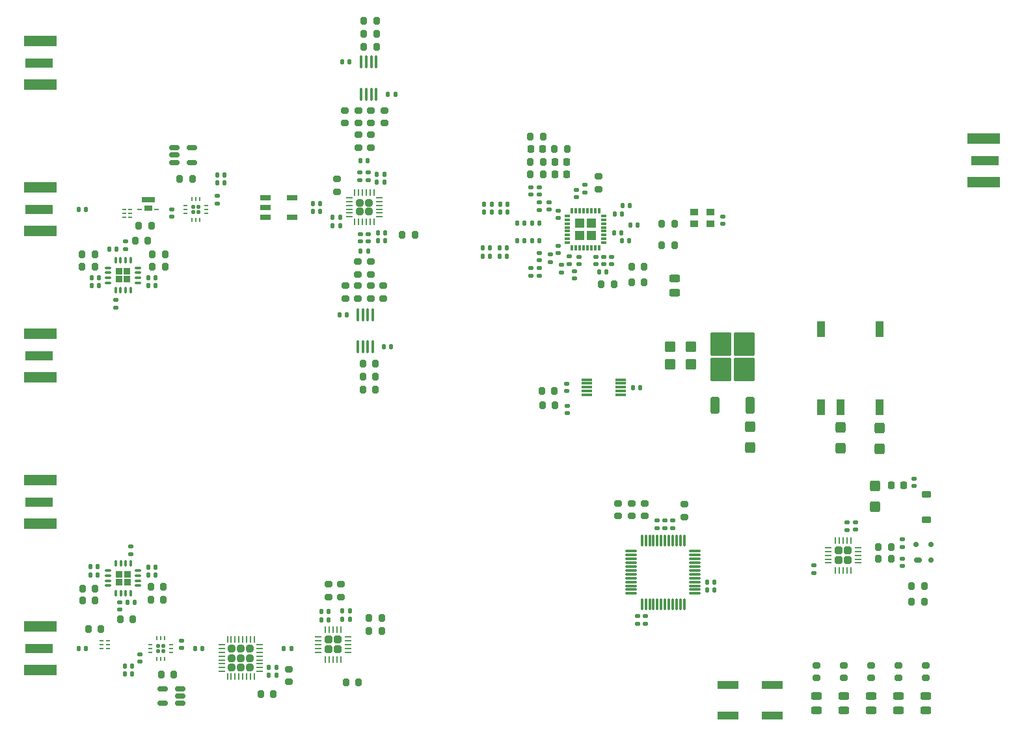
<source format=gbr>
%TF.GenerationSoftware,KiCad,Pcbnew,8.0.0*%
%TF.CreationDate,2024-03-17T22:04:36-04:00*%
%TF.ProjectId,S-Band Transceiver,532d4261-6e64-4205-9472-616e73636569,v1.0*%
%TF.SameCoordinates,Original*%
%TF.FileFunction,Paste,Top*%
%TF.FilePolarity,Positive*%
%FSLAX46Y46*%
G04 Gerber Fmt 4.6, Leading zero omitted, Abs format (unit mm)*
G04 Created by KiCad (PCBNEW 8.0.0) date 2024-03-17 22:04:36*
%MOMM*%
%LPD*%
G01*
G04 APERTURE LIST*
G04 Aperture macros list*
%AMRoundRect*
0 Rectangle with rounded corners*
0 $1 Rounding radius*
0 $2 $3 $4 $5 $6 $7 $8 $9 X,Y pos of 4 corners*
0 Add a 4 corners polygon primitive as box body*
4,1,4,$2,$3,$4,$5,$6,$7,$8,$9,$2,$3,0*
0 Add four circle primitives for the rounded corners*
1,1,$1+$1,$2,$3*
1,1,$1+$1,$4,$5*
1,1,$1+$1,$6,$7*
1,1,$1+$1,$8,$9*
0 Add four rect primitives between the rounded corners*
20,1,$1+$1,$2,$3,$4,$5,0*
20,1,$1+$1,$4,$5,$6,$7,0*
20,1,$1+$1,$6,$7,$8,$9,0*
20,1,$1+$1,$8,$9,$2,$3,0*%
G04 Aperture macros list end*
%ADD10RoundRect,0.200000X0.200000X0.275000X-0.200000X0.275000X-0.200000X-0.275000X0.200000X-0.275000X0*%
%ADD11RoundRect,0.140000X-0.170000X0.140000X-0.170000X-0.140000X0.170000X-0.140000X0.170000X0.140000X0*%
%ADD12RoundRect,0.147500X-0.172500X0.147500X-0.172500X-0.147500X0.172500X-0.147500X0.172500X0.147500X0*%
%ADD13RoundRect,0.147500X0.172500X-0.147500X0.172500X0.147500X-0.172500X0.147500X-0.172500X-0.147500X0*%
%ADD14RoundRect,0.140000X-0.140000X-0.170000X0.140000X-0.170000X0.140000X0.170000X-0.140000X0.170000X0*%
%ADD15RoundRect,0.140000X0.140000X0.170000X-0.140000X0.170000X-0.140000X-0.170000X0.140000X-0.170000X0*%
%ADD16RoundRect,0.218750X0.218750X0.256250X-0.218750X0.256250X-0.218750X-0.256250X0.218750X-0.256250X0*%
%ADD17RoundRect,0.140000X0.170000X-0.140000X0.170000X0.140000X-0.170000X0.140000X-0.170000X-0.140000X0*%
%ADD18RoundRect,0.200000X-0.200000X-0.275000X0.200000X-0.275000X0.200000X0.275000X-0.200000X0.275000X0*%
%ADD19RoundRect,0.200000X-0.275000X0.200000X-0.275000X-0.200000X0.275000X-0.200000X0.275000X0.200000X0*%
%ADD20RoundRect,0.240000X0.240000X-0.240000X0.240000X0.240000X-0.240000X0.240000X-0.240000X-0.240000X0*%
%ADD21RoundRect,0.062500X0.062500X-0.375000X0.062500X0.375000X-0.062500X0.375000X-0.062500X-0.375000X0*%
%ADD22RoundRect,0.062500X0.375000X-0.062500X0.375000X0.062500X-0.375000X0.062500X-0.375000X-0.062500X0*%
%ADD23RoundRect,0.225000X-0.225000X-0.250000X0.225000X-0.250000X0.225000X0.250000X-0.225000X0.250000X0*%
%ADD24RoundRect,0.147500X0.147500X0.172500X-0.147500X0.172500X-0.147500X-0.172500X0.147500X-0.172500X0*%
%ADD25RoundRect,0.200000X0.275000X-0.200000X0.275000X0.200000X-0.275000X0.200000X-0.275000X-0.200000X0*%
%ADD26R,1.000000X0.900000*%
%ADD27RoundRect,0.242500X0.242500X0.242500X-0.242500X0.242500X-0.242500X-0.242500X0.242500X-0.242500X0*%
%ADD28RoundRect,0.062500X0.337500X0.062500X-0.337500X0.062500X-0.337500X-0.062500X0.337500X-0.062500X0*%
%ADD29RoundRect,0.062500X0.062500X0.337500X-0.062500X0.337500X-0.062500X-0.337500X0.062500X-0.337500X0*%
%ADD30RoundRect,0.225000X-0.375000X0.225000X-0.375000X-0.225000X0.375000X-0.225000X0.375000X0.225000X0*%
%ADD31RoundRect,0.250000X-0.425000X0.450000X-0.425000X-0.450000X0.425000X-0.450000X0.425000X0.450000X0*%
%ADD32RoundRect,0.100000X-0.100000X0.712500X-0.100000X-0.712500X0.100000X-0.712500X0.100000X0.712500X0*%
%ADD33RoundRect,0.250000X0.450000X0.425000X-0.450000X0.425000X-0.450000X-0.425000X0.450000X-0.425000X0*%
%ADD34R,1.300000X1.300000*%
%ADD35R,0.300000X0.800000*%
%ADD36R,0.800000X0.300000*%
%ADD37RoundRect,0.150000X0.512500X0.150000X-0.512500X0.150000X-0.512500X-0.150000X0.512500X-0.150000X0*%
%ADD38RoundRect,0.227500X-0.227500X-0.227500X0.227500X-0.227500X0.227500X0.227500X-0.227500X0.227500X0*%
%ADD39RoundRect,0.075000X-0.350000X-0.075000X0.350000X-0.075000X0.350000X0.075000X-0.350000X0.075000X0*%
%ADD40RoundRect,0.075000X-0.075000X-0.350000X0.075000X-0.350000X0.075000X0.350000X-0.075000X0.350000X0*%
%ADD41R,0.550000X0.250000*%
%ADD42R,4.200000X1.350000*%
%ADD43R,3.600000X1.270000*%
%ADD44RoundRect,0.243750X0.456250X-0.243750X0.456250X0.243750X-0.456250X0.243750X-0.456250X-0.243750X0*%
%ADD45R,2.750000X1.000000*%
%ADD46R,1.400000X0.300000*%
%ADD47R,0.300000X0.250000*%
%ADD48RoundRect,0.125000X-0.175000X0.000000X0.175000X0.000000X0.175000X0.000000X-0.175000X0.000000X0*%
%ADD49R,1.000000X0.726000*%
%ADD50R,1.792000X0.736000*%
%ADD51RoundRect,0.250000X0.255000X-0.255000X0.255000X0.255000X-0.255000X0.255000X-0.255000X-0.255000X0*%
%ADD52RoundRect,0.062500X0.062500X-0.350000X0.062500X0.350000X-0.062500X0.350000X-0.062500X-0.350000X0*%
%ADD53RoundRect,0.062500X0.350000X-0.062500X0.350000X0.062500X-0.350000X0.062500X-0.350000X-0.062500X0*%
%ADD54RoundRect,0.147500X-0.147500X-0.172500X0.147500X-0.172500X0.147500X0.172500X-0.147500X0.172500X0*%
%ADD55R,1.000000X2.100000*%
%ADD56RoundRect,0.227500X0.227500X0.227500X-0.227500X0.227500X-0.227500X-0.227500X0.227500X-0.227500X0*%
%ADD57RoundRect,0.075000X0.350000X0.075000X-0.350000X0.075000X-0.350000X-0.075000X0.350000X-0.075000X0*%
%ADD58RoundRect,0.075000X0.075000X0.350000X-0.075000X0.350000X-0.075000X-0.350000X0.075000X-0.350000X0*%
%ADD59R,1.400000X0.760000*%
%ADD60RoundRect,0.250000X0.425000X-0.450000X0.425000X0.450000X-0.425000X0.450000X-0.425000X-0.450000X0*%
%ADD61RoundRect,0.150000X-0.512500X-0.150000X0.512500X-0.150000X0.512500X0.150000X-0.512500X0.150000X0*%
%ADD62RoundRect,0.132500X-0.132500X-0.132500X0.132500X-0.132500X0.132500X0.132500X-0.132500X0.132500X0*%
%ADD63R,0.510000X0.250000*%
%ADD64R,0.250000X0.510000*%
%ADD65RoundRect,0.250000X0.255000X0.255000X-0.255000X0.255000X-0.255000X-0.255000X0.255000X-0.255000X0*%
%ADD66RoundRect,0.062500X0.350000X0.062500X-0.350000X0.062500X-0.350000X-0.062500X0.350000X-0.062500X0*%
%ADD67RoundRect,0.062500X0.062500X0.350000X-0.062500X0.350000X-0.062500X-0.350000X0.062500X-0.350000X0*%
%ADD68RoundRect,0.075000X-0.662500X-0.075000X0.662500X-0.075000X0.662500X0.075000X-0.662500X0.075000X0*%
%ADD69RoundRect,0.075000X-0.075000X-0.662500X0.075000X-0.662500X0.075000X0.662500X-0.075000X0.662500X0*%
%ADD70RoundRect,0.150000X0.150000X-0.200000X0.150000X0.200000X-0.150000X0.200000X-0.150000X-0.200000X0*%
%ADD71RoundRect,0.175000X0.325000X-0.175000X0.325000X0.175000X-0.325000X0.175000X-0.325000X-0.175000X0*%
%ADD72RoundRect,0.132500X0.132500X0.132500X-0.132500X0.132500X-0.132500X-0.132500X0.132500X-0.132500X0*%
%ADD73RoundRect,0.250000X0.350000X-0.850000X0.350000X0.850000X-0.350000X0.850000X-0.350000X-0.850000X0*%
%ADD74RoundRect,0.250000X1.125000X-1.275000X1.125000X1.275000X-1.125000X1.275000X-1.125000X-1.275000X0*%
G04 APERTURE END LIST*
D10*
%TO.C,R66*%
X144208000Y-64643000D03*
X142558000Y-64643000D03*
%TD*%
D11*
%TO.C,C97*%
X146939000Y-97691000D03*
X146939000Y-98651000D03*
%TD*%
%TO.C,C96*%
X145923000Y-97691000D03*
X145923000Y-98651000D03*
%TD*%
D12*
%TO.C,L17*%
X82753200Y-57173000D03*
X82753200Y-58143000D03*
%TD*%
D13*
%TO.C,L9*%
X83970000Y-114277000D03*
X83970000Y-113307000D03*
%TD*%
D14*
%TO.C,C95*%
X103681400Y-58216800D03*
X104641400Y-58216800D03*
%TD*%
%TO.C,C94*%
X103681400Y-59283600D03*
X104641400Y-59283600D03*
%TD*%
D15*
%TO.C,C93*%
X109555200Y-60198000D03*
X110515200Y-60198000D03*
%TD*%
%TO.C,C92*%
X109555200Y-61214000D03*
X110515200Y-61214000D03*
%TD*%
D16*
%TO.C,L16*%
X177978000Y-93091000D03*
X176403000Y-93091000D03*
%TD*%
D17*
%TO.C,C9*%
X136525000Y-54963000D03*
X136525000Y-54003000D03*
%TD*%
D18*
%TO.C,R33*%
X76035400Y-110490000D03*
X77685400Y-110490000D03*
%TD*%
D11*
%TO.C,C43*%
X177800000Y-102644000D03*
X177800000Y-103604000D03*
%TD*%
D15*
%TO.C,C70*%
X71600000Y-114300000D03*
X70640000Y-114300000D03*
%TD*%
D11*
%TO.C,C37*%
X143383000Y-110137000D03*
X143383000Y-111097000D03*
%TD*%
D19*
%TO.C,R24*%
X177292000Y-116523000D03*
X177292000Y-118173000D03*
%TD*%
D15*
%TO.C,C60*%
X86713000Y-114300000D03*
X85753000Y-114300000D03*
%TD*%
D13*
%TO.C,L10*%
X78613000Y-116055000D03*
X78613000Y-115085000D03*
%TD*%
D18*
%TO.C,R13*%
X130910000Y-80810000D03*
X132560000Y-80810000D03*
%TD*%
D20*
%TO.C,U15*%
X107244000Y-57471000D03*
X108394000Y-57471000D03*
X107244000Y-56321000D03*
X108394000Y-56321000D03*
D21*
X106569000Y-58833500D03*
X107069000Y-58833500D03*
X107569000Y-58833500D03*
X108069000Y-58833500D03*
X108569000Y-58833500D03*
X109069000Y-58833500D03*
D22*
X109756500Y-58146000D03*
X109756500Y-57646000D03*
X109756500Y-57146000D03*
X109756500Y-56646000D03*
X109756500Y-56146000D03*
X109756500Y-55646000D03*
D21*
X109069000Y-54958500D03*
X108569000Y-54958500D03*
X108069000Y-54958500D03*
X107569000Y-54958500D03*
X107069000Y-54958500D03*
X106569000Y-54958500D03*
D22*
X105881500Y-55646000D03*
X105881500Y-56146000D03*
X105881500Y-56646000D03*
X105881500Y-57146000D03*
X105881500Y-57646000D03*
X105881500Y-58146000D03*
%TD*%
D10*
%TO.C,R45*%
X112713000Y-60452000D03*
X114363000Y-60452000D03*
%TD*%
%TO.C,R19*%
X174689000Y-101092000D03*
X176339000Y-101092000D03*
%TD*%
D17*
%TO.C,C11*%
X131863600Y-57198200D03*
X131863600Y-56238200D03*
%TD*%
D10*
%TO.C,R29*%
X110045000Y-110363000D03*
X108395000Y-110363000D03*
%TD*%
D23*
%TO.C,C22*%
X132599600Y-50977800D03*
X134149600Y-50977800D03*
%TD*%
D14*
%TO.C,C53*%
X102216300Y-109511600D03*
X103176300Y-109511600D03*
%TD*%
D15*
%TO.C,C30*%
X126450800Y-56515000D03*
X125490800Y-56515000D03*
%TD*%
D18*
%TO.C,R59*%
X78423000Y-59309000D03*
X80073000Y-59309000D03*
%TD*%
D15*
%TO.C,C74*%
X104576800Y-70863600D03*
X105536800Y-70863600D03*
%TD*%
%TO.C,C79*%
X102080000Y-56388000D03*
X101120000Y-56388000D03*
%TD*%
D24*
%TO.C,L8*%
X124169800Y-63322200D03*
X123199800Y-63322200D03*
%TD*%
D13*
%TO.C,L12*%
X108306400Y-53367800D03*
X108306400Y-52397800D03*
%TD*%
D14*
%TO.C,C86*%
X72291000Y-67056000D03*
X73251000Y-67056000D03*
%TD*%
D15*
%TO.C,C66*%
X80617000Y-104775000D03*
X79657000Y-104775000D03*
%TD*%
D25*
%TO.C,R39*%
X106987200Y-63993400D03*
X106987200Y-65643400D03*
%TD*%
D24*
%TO.C,L3*%
X130598600Y-61290200D03*
X129628600Y-61290200D03*
%TD*%
D25*
%TO.C,R50*%
X105281400Y-45960800D03*
X105281400Y-44310800D03*
%TD*%
D15*
%TO.C,C33*%
X126349200Y-63271400D03*
X125389200Y-63271400D03*
%TD*%
D17*
%TO.C,C63*%
X75996800Y-109293600D03*
X75996800Y-108333600D03*
%TD*%
D26*
%TO.C,X1*%
X152840000Y-57531000D03*
X150690000Y-57531000D03*
X150690000Y-59081000D03*
X152840000Y-59081000D03*
%TD*%
D15*
%TO.C,C19*%
X142339000Y-56642000D03*
X141379000Y-56642000D03*
%TD*%
D10*
%TO.C,R20*%
X180657000Y-106172000D03*
X179007000Y-106172000D03*
%TD*%
D27*
%TO.C,U8*%
X92931000Y-116766000D03*
X92931000Y-115566000D03*
X92931000Y-114366000D03*
X91731000Y-116766000D03*
X91731000Y-115566000D03*
X91731000Y-114366000D03*
X90531000Y-116766000D03*
X90531000Y-115566000D03*
X90531000Y-114366000D03*
D28*
X94181000Y-117316000D03*
X94181000Y-116816000D03*
X94181000Y-116316000D03*
X94181000Y-115816000D03*
X94181000Y-115316000D03*
X94181000Y-114816000D03*
X94181000Y-114316000D03*
X94181000Y-113816000D03*
D29*
X93481000Y-113116000D03*
X92981000Y-113116000D03*
X92481000Y-113116000D03*
X91981000Y-113116000D03*
X91481000Y-113116000D03*
X90981000Y-113116000D03*
X90481000Y-113116000D03*
X89981000Y-113116000D03*
D28*
X89281000Y-113816000D03*
X89281000Y-114316000D03*
X89281000Y-114816000D03*
X89281000Y-115316000D03*
X89281000Y-115816000D03*
X89281000Y-116316000D03*
X89281000Y-116816000D03*
X89281000Y-117316000D03*
D29*
X89981000Y-118016000D03*
X90481000Y-118016000D03*
X90981000Y-118016000D03*
X91481000Y-118016000D03*
X91981000Y-118016000D03*
X92481000Y-118016000D03*
X92981000Y-118016000D03*
X93481000Y-118016000D03*
%TD*%
D15*
%TO.C,C62*%
X77569000Y-117602000D03*
X76609000Y-117602000D03*
%TD*%
D14*
%TO.C,C87*%
X72291000Y-66040000D03*
X73251000Y-66040000D03*
%TD*%
D19*
%TO.C,R49*%
X110238400Y-68742200D03*
X110238400Y-67092200D03*
%TD*%
D17*
%TO.C,C1*%
X154432000Y-59040000D03*
X154432000Y-58080000D03*
%TD*%
D19*
%TO.C,R23*%
X180848000Y-116523000D03*
X180848000Y-118173000D03*
%TD*%
D30*
%TO.C,D8*%
X180953500Y-94257500D03*
X180953500Y-97557500D03*
%TD*%
D13*
%TO.C,L14*%
X107209400Y-53367800D03*
X107209400Y-52397800D03*
%TD*%
D31*
%TO.C,C49*%
X157988000Y-85483000D03*
X157988000Y-88183000D03*
%TD*%
D32*
%TO.C,U14*%
X108902400Y-75084700D03*
X108252400Y-75084700D03*
X107602400Y-75084700D03*
X106952400Y-75084700D03*
X106952400Y-70859700D03*
X107602400Y-70859700D03*
X108252400Y-70859700D03*
X108902400Y-70859700D03*
%TD*%
D33*
%TO.C,C50*%
X150321000Y-75057000D03*
X147621000Y-75057000D03*
%TD*%
D34*
%TO.C,U1*%
X137388000Y-58966200D03*
X135788000Y-58966200D03*
X137388000Y-60566200D03*
X135788000Y-60566200D03*
D35*
X138338000Y-57366200D03*
X137838000Y-57366200D03*
X137338000Y-57366200D03*
X136838000Y-57366200D03*
X136338000Y-57366200D03*
X135838000Y-57366200D03*
X135338000Y-57366200D03*
X134838000Y-57366200D03*
D36*
X134188000Y-58016200D03*
X134188000Y-58516200D03*
X134188000Y-59016200D03*
X134188000Y-59516200D03*
X134188000Y-60016200D03*
X134188000Y-60516200D03*
X134188000Y-61016200D03*
X134188000Y-61516200D03*
D35*
X134838000Y-62166200D03*
X135338000Y-62166200D03*
X135838000Y-62166200D03*
X136338000Y-62166200D03*
X136838000Y-62166200D03*
X137338000Y-62166200D03*
X137838000Y-62166200D03*
X138338000Y-62166200D03*
D36*
X138988000Y-61516200D03*
X138988000Y-61016200D03*
X138988000Y-60516200D03*
X138988000Y-60016200D03*
X138988000Y-59516200D03*
X138988000Y-59016200D03*
X138988000Y-58516200D03*
X138988000Y-58016200D03*
%TD*%
D10*
%TO.C,R58*%
X109406000Y-32639000D03*
X107756000Y-32639000D03*
%TD*%
D14*
%TO.C,C89*%
X79657000Y-67056000D03*
X80617000Y-67056000D03*
%TD*%
D11*
%TO.C,C39*%
X134180000Y-82730000D03*
X134180000Y-83690000D03*
%TD*%
D17*
%TO.C,C10*%
X135382000Y-55598000D03*
X135382000Y-54638000D03*
%TD*%
D15*
%TO.C,C31*%
X126450800Y-57531000D03*
X125490800Y-57531000D03*
%TD*%
D18*
%TO.C,R35*%
X71120000Y-106553000D03*
X72770000Y-106553000D03*
%TD*%
%TO.C,R63*%
X71057000Y-64643000D03*
X72707000Y-64643000D03*
%TD*%
D10*
%TO.C,R32*%
X82994000Y-117729000D03*
X81344000Y-117729000D03*
%TD*%
D14*
%TO.C,C8*%
X142435200Y-59207400D03*
X143395200Y-59207400D03*
%TD*%
D11*
%TO.C,C46*%
X166271000Y-103533000D03*
X166271000Y-104493000D03*
%TD*%
D18*
%TO.C,R55*%
X107756000Y-35991800D03*
X109406000Y-35991800D03*
%TD*%
D14*
%TO.C,C73*%
X111277200Y-75080000D03*
X110317200Y-75080000D03*
%TD*%
D12*
%TO.C,L11*%
X107264200Y-61341000D03*
X107264200Y-60371000D03*
%TD*%
D17*
%TO.C,C2*%
X135114800Y-66189800D03*
X135114800Y-65229800D03*
%TD*%
D25*
%TO.C,R43*%
X106987200Y-67092200D03*
X106987200Y-68742200D03*
%TD*%
D12*
%TO.C,L13*%
X108331000Y-61341000D03*
X108331000Y-60371000D03*
%TD*%
D18*
%TO.C,R4*%
X138621000Y-66929000D03*
X140271000Y-66929000D03*
%TD*%
D19*
%TO.C,R48*%
X108647400Y-44310800D03*
X108647400Y-45960800D03*
%TD*%
D37*
%TO.C,U9*%
X83814500Y-121473000D03*
X83814500Y-120523000D03*
X83814500Y-119573000D03*
X81539500Y-119573000D03*
X81539500Y-121473000D03*
%TD*%
D38*
%TO.C,U20*%
X75884000Y-65220000D03*
X75884000Y-66270000D03*
X76934000Y-65220000D03*
X76934000Y-66270000D03*
D39*
X74459000Y-64770000D03*
X74459000Y-65420000D03*
X74459000Y-66070000D03*
X74459000Y-66720000D03*
D40*
X75434000Y-67695000D03*
X76084000Y-67695000D03*
X76734000Y-67695000D03*
X77384000Y-67695000D03*
D39*
X78359000Y-66720000D03*
X78359000Y-66070000D03*
X78359000Y-65420000D03*
X78359000Y-64770000D03*
D40*
X77384000Y-63795000D03*
X76734000Y-63795000D03*
X76084000Y-63795000D03*
X75434000Y-63795000D03*
%TD*%
D10*
%TO.C,R2*%
X148145000Y-61849000D03*
X146495000Y-61849000D03*
%TD*%
D41*
%TO.C,U19*%
X76543000Y-57166000D03*
X76543000Y-57666000D03*
X76543000Y-58166000D03*
X77343000Y-58166000D03*
X77343000Y-57666000D03*
X77343000Y-57166000D03*
%TD*%
D25*
%TO.C,R17*%
X140843000Y-97091000D03*
X140843000Y-95441000D03*
%TD*%
D11*
%TO.C,C47*%
X179324000Y-92230000D03*
X179324000Y-93190000D03*
%TD*%
D18*
%TO.C,R5*%
X129413000Y-47726600D03*
X131063000Y-47726600D03*
%TD*%
D15*
%TO.C,C85*%
X71600000Y-57150000D03*
X70640000Y-57150000D03*
%TD*%
%TO.C,C36*%
X153388000Y-105664000D03*
X152428000Y-105664000D03*
%TD*%
D42*
%TO.C,J5*%
X65659000Y-117125000D03*
X65659000Y-111475000D03*
D43*
X65459000Y-114300000D03*
%TD*%
D44*
%TO.C,D5*%
X173736000Y-122349500D03*
X173736000Y-120474500D03*
%TD*%
D18*
%TO.C,R14*%
X130975000Y-82690000D03*
X132625000Y-82690000D03*
%TD*%
D19*
%TO.C,R12*%
X170180000Y-116523000D03*
X170180000Y-118173000D03*
%TD*%
D24*
%TO.C,L7*%
X124169800Y-62204600D03*
X123199800Y-62204600D03*
%TD*%
D15*
%TO.C,C81*%
X89623000Y-52705000D03*
X88663000Y-52705000D03*
%TD*%
%TO.C,C76*%
X110381800Y-53644800D03*
X109421800Y-53644800D03*
%TD*%
%TO.C,C35*%
X153388000Y-106680000D03*
X152428000Y-106680000D03*
%TD*%
D17*
%TO.C,C12*%
X133032000Y-58315800D03*
X133032000Y-57355800D03*
%TD*%
D11*
%TO.C,C28*%
X129453200Y-64826000D03*
X129453200Y-65786000D03*
%TD*%
D44*
%TO.C,D3*%
X170180000Y-122349500D03*
X170180000Y-120474500D03*
%TD*%
D10*
%TO.C,R30*%
X95979600Y-120280800D03*
X94329600Y-120280800D03*
%TD*%
D14*
%TO.C,C56*%
X104959500Y-110527600D03*
X105919500Y-110527600D03*
%TD*%
%TO.C,C71*%
X110874600Y-42240200D03*
X111834600Y-42240200D03*
%TD*%
D18*
%TO.C,R9*%
X142558000Y-66675000D03*
X144208000Y-66675000D03*
%TD*%
D45*
%TO.C,SW1*%
X160863000Y-123063000D03*
X155113000Y-123063000D03*
X160863000Y-119063000D03*
X155113000Y-119063000D03*
%TD*%
D14*
%TO.C,C90*%
X79657000Y-66040000D03*
X80617000Y-66040000D03*
%TD*%
D11*
%TO.C,C14*%
X133032000Y-61927800D03*
X133032000Y-62887800D03*
%TD*%
D43*
%TO.C,J8*%
X65459000Y-57150000D03*
D42*
X65659000Y-54325000D03*
X65659000Y-59975000D03*
%TD*%
D46*
%TO.C,U3*%
X136720000Y-79330000D03*
X136720000Y-79830000D03*
X136720000Y-80330000D03*
X136720000Y-80830000D03*
X136720000Y-81330000D03*
X141120000Y-81330000D03*
X141120000Y-80830000D03*
X141120000Y-80330000D03*
X141120000Y-79830000D03*
X141120000Y-79330000D03*
%TD*%
D14*
%TO.C,C55*%
X104959500Y-109460800D03*
X105919500Y-109460800D03*
%TD*%
D10*
%TO.C,R54*%
X109406000Y-34340800D03*
X107756000Y-34340800D03*
%TD*%
%TO.C,R1*%
X148145000Y-59055000D03*
X146495000Y-59055000D03*
%TD*%
D12*
%TO.C,L15*%
X88658000Y-55418000D03*
X88658000Y-56388000D03*
%TD*%
D17*
%TO.C,C5*%
X137908800Y-64310200D03*
X137908800Y-63350200D03*
%TD*%
D25*
%TO.C,R15*%
X144272000Y-97091000D03*
X144272000Y-95441000D03*
%TD*%
D17*
%TO.C,C40*%
X134120000Y-80820000D03*
X134120000Y-79860000D03*
%TD*%
D47*
%TO.C,U18*%
X78458000Y-57150000D03*
D48*
X78608000Y-57150000D03*
X80708000Y-57150000D03*
D47*
X80858000Y-57150000D03*
D49*
X79658000Y-57010000D03*
D50*
X79658000Y-55950000D03*
%TD*%
D15*
%TO.C,C78*%
X108260000Y-50850800D03*
X107300000Y-50850800D03*
%TD*%
D13*
%TO.C,L1*%
X130570800Y-57254000D03*
X130570800Y-56284000D03*
%TD*%
D15*
%TO.C,C69*%
X73124000Y-104775000D03*
X72164000Y-104775000D03*
%TD*%
D19*
%TO.C,R47*%
X106996400Y-44310800D03*
X106996400Y-45960800D03*
%TD*%
%TO.C,R46*%
X105361600Y-68742200D03*
X105361600Y-67092200D03*
%TD*%
D51*
%TO.C,U4*%
X169487300Y-102822200D03*
X170737300Y-102822200D03*
X169487300Y-101572200D03*
X170737300Y-101572200D03*
D52*
X169112300Y-104134700D03*
X169612300Y-104134700D03*
X170112300Y-104134700D03*
X170612300Y-104134700D03*
X171112300Y-104134700D03*
D53*
X172049800Y-103197200D03*
X172049800Y-102697200D03*
X172049800Y-102197200D03*
X172049800Y-101697200D03*
X172049800Y-101197200D03*
D52*
X171112300Y-100259700D03*
X170612300Y-100259700D03*
X170112300Y-100259700D03*
X169612300Y-100259700D03*
X169112300Y-100259700D03*
D53*
X168174800Y-101197200D03*
X168174800Y-101697200D03*
X168174800Y-102197200D03*
X168174800Y-102697200D03*
X168174800Y-103197200D03*
%TD*%
D18*
%TO.C,R6*%
X129400800Y-50977800D03*
X131050800Y-50977800D03*
%TD*%
D10*
%TO.C,R28*%
X107077300Y-118757200D03*
X105427300Y-118757200D03*
%TD*%
D18*
%TO.C,R57*%
X83757000Y-53213000D03*
X85407000Y-53213000D03*
%TD*%
D11*
%TO.C,C34*%
X147927000Y-97691000D03*
X147927000Y-98651000D03*
%TD*%
D18*
%TO.C,R36*%
X80010000Y-107950000D03*
X81660000Y-107950000D03*
%TD*%
%TO.C,R61*%
X80201000Y-64643000D03*
X81851000Y-64643000D03*
%TD*%
D14*
%TO.C,C54*%
X102216300Y-110578400D03*
X103176300Y-110578400D03*
%TD*%
D15*
%TO.C,C57*%
X98298000Y-114337200D03*
X97338000Y-114337200D03*
%TD*%
D10*
%TO.C,R18*%
X176339000Y-102616000D03*
X174689000Y-102616000D03*
%TD*%
D17*
%TO.C,C15*%
X133477000Y-65377000D03*
X133477000Y-64417000D03*
%TD*%
D54*
%TO.C,L2*%
X129623400Y-58953400D03*
X130593400Y-58953400D03*
%TD*%
D18*
%TO.C,R53*%
X109260000Y-77213600D03*
X107610000Y-77213600D03*
%TD*%
D25*
%TO.C,R44*%
X108612800Y-67092200D03*
X108612800Y-68742200D03*
%TD*%
D17*
%TO.C,C3*%
X135763000Y-64310200D03*
X135763000Y-63350200D03*
%TD*%
D10*
%TO.C,R7*%
X131063000Y-52654200D03*
X129413000Y-52654200D03*
%TD*%
D25*
%TO.C,R26*%
X103102700Y-107644200D03*
X103102700Y-105994200D03*
%TD*%
D18*
%TO.C,R64*%
X80201000Y-62992000D03*
X81851000Y-62992000D03*
%TD*%
D25*
%TO.C,R16*%
X142621000Y-97091000D03*
X142621000Y-95441000D03*
%TD*%
D31*
%TO.C,C51*%
X169799000Y-85518000D03*
X169799000Y-88218000D03*
%TD*%
D15*
%TO.C,C32*%
X126349200Y-62153800D03*
X125389200Y-62153800D03*
%TD*%
D31*
%TO.C,C48*%
X174244000Y-93138000D03*
X174244000Y-95838000D03*
%TD*%
D24*
%TO.C,L6*%
X124373000Y-57531000D03*
X123403000Y-57531000D03*
%TD*%
D32*
%TO.C,U13*%
X109345400Y-37989800D03*
X108695400Y-37989800D03*
X108045400Y-37989800D03*
X107395400Y-37989800D03*
X107395400Y-42214800D03*
X108045400Y-42214800D03*
X108695400Y-42214800D03*
X109345400Y-42214800D03*
%TD*%
D25*
%TO.C,R52*%
X110425400Y-45960800D03*
X110425400Y-44310800D03*
%TD*%
D15*
%TO.C,C77*%
X107320000Y-62634000D03*
X108280000Y-62634000D03*
%TD*%
D55*
%TO.C,U6*%
X167259000Y-82931000D03*
X169799000Y-82931000D03*
X174879000Y-82931000D03*
X174879000Y-72771000D03*
X167259000Y-72771000D03*
%TD*%
D19*
%TO.C,R11*%
X166624000Y-116523000D03*
X166624000Y-118173000D03*
%TD*%
D15*
%TO.C,C65*%
X80617000Y-103759000D03*
X79657000Y-103759000D03*
%TD*%
D56*
%TO.C,U12*%
X76947800Y-105690800D03*
X76947800Y-104640800D03*
X75897800Y-105690800D03*
X75897800Y-104640800D03*
D57*
X78372800Y-106140800D03*
X78372800Y-105490800D03*
X78372800Y-104840800D03*
X78372800Y-104190800D03*
D58*
X77397800Y-103215800D03*
X76747800Y-103215800D03*
X76097800Y-103215800D03*
X75447800Y-103215800D03*
D57*
X74472800Y-104190800D03*
X74472800Y-104840800D03*
X74472800Y-105490800D03*
X74472800Y-106140800D03*
D58*
X75447800Y-107115800D03*
X76097800Y-107115800D03*
X76747800Y-107115800D03*
X77397800Y-107115800D03*
%TD*%
D11*
%TO.C,C83*%
X76708000Y-61369000D03*
X76708000Y-62329000D03*
%TD*%
D19*
%TO.C,R42*%
X106996400Y-47485800D03*
X106996400Y-49135800D03*
%TD*%
D15*
%TO.C,C41*%
X143736000Y-80391000D03*
X142776000Y-80391000D03*
%TD*%
D10*
%TO.C,R21*%
X180657000Y-108204000D03*
X179007000Y-108204000D03*
%TD*%
D15*
%TO.C,C26*%
X128658000Y-58953400D03*
X127698000Y-58953400D03*
%TD*%
D17*
%TO.C,C24*%
X130593600Y-55267800D03*
X130593600Y-54307800D03*
%TD*%
D11*
%TO.C,C29*%
X130542800Y-64823400D03*
X130542800Y-65783400D03*
%TD*%
D15*
%TO.C,C82*%
X89623000Y-53749000D03*
X88663000Y-53749000D03*
%TD*%
D14*
%TO.C,C64*%
X76990000Y-108356400D03*
X77950000Y-108356400D03*
%TD*%
D44*
%TO.C,D6*%
X180848000Y-122349500D03*
X180848000Y-120474500D03*
%TD*%
D11*
%TO.C,C38*%
X144399000Y-110137000D03*
X144399000Y-111097000D03*
%TD*%
D24*
%TO.C,L5*%
X124373000Y-56515000D03*
X123403000Y-56515000D03*
%TD*%
D10*
%TO.C,R27*%
X110045000Y-112014000D03*
X108395000Y-112014000D03*
%TD*%
D59*
%TO.C,TR1*%
X98362000Y-58166000D03*
X98362000Y-55626000D03*
X94932000Y-55626000D03*
X94932000Y-56896000D03*
X94932000Y-58166000D03*
%TD*%
D10*
%TO.C,R37*%
X81660000Y-106299000D03*
X80010000Y-106299000D03*
%TD*%
D60*
%TO.C,C52*%
X174879000Y-88345000D03*
X174879000Y-85645000D03*
%TD*%
D15*
%TO.C,C4*%
X138331000Y-65278000D03*
X139291000Y-65278000D03*
%TD*%
%TO.C,C80*%
X102080000Y-57404000D03*
X101120000Y-57404000D03*
%TD*%
D17*
%TO.C,C25*%
X129453200Y-55267800D03*
X129453200Y-54307800D03*
%TD*%
D43*
%TO.C,J1*%
X188577500Y-50800000D03*
D42*
X188377500Y-53625000D03*
X188377500Y-47975000D03*
%TD*%
D61*
%TO.C,U17*%
X83058000Y-49154000D03*
X83058000Y-50104000D03*
X83058000Y-51054000D03*
X85333000Y-51054000D03*
X85333000Y-49154000D03*
%TD*%
D11*
%TO.C,C44*%
X171704000Y-97917000D03*
X171704000Y-98877000D03*
%TD*%
D17*
%TO.C,C16*%
X134454400Y-64259400D03*
X134454400Y-63299400D03*
%TD*%
D10*
%TO.C,R56*%
X107610000Y-80642600D03*
X109260000Y-80642600D03*
%TD*%
D19*
%TO.C,R65*%
X104212200Y-53226200D03*
X104212200Y-54876200D03*
%TD*%
D25*
%TO.C,R31*%
X97948600Y-118667400D03*
X97948600Y-117017400D03*
%TD*%
D23*
%TO.C,C23*%
X129450000Y-49301400D03*
X131000000Y-49301400D03*
%TD*%
D17*
%TO.C,C6*%
X139940800Y-64310200D03*
X139940800Y-63350200D03*
%TD*%
%TO.C,C42*%
X177800000Y-101092000D03*
X177800000Y-100132000D03*
%TD*%
D25*
%TO.C,R40*%
X108646400Y-49135800D03*
X108646400Y-47485800D03*
%TD*%
D10*
%TO.C,R62*%
X72707000Y-62992000D03*
X71057000Y-62992000D03*
%TD*%
D13*
%TO.C,L4*%
X130542800Y-63807200D03*
X130542800Y-62837200D03*
%TD*%
D42*
%TO.C,J2*%
X65659000Y-98075000D03*
X65659000Y-92425000D03*
D43*
X65459000Y-95250000D03*
%TD*%
D15*
%TO.C,C20*%
X141323000Y-57785000D03*
X140363000Y-57785000D03*
%TD*%
D62*
%TO.C,U16*%
X85563000Y-56815000D03*
X85563000Y-57485000D03*
X86233000Y-56815000D03*
X86233000Y-57485000D03*
D63*
X84543000Y-56650000D03*
X84543000Y-57150000D03*
X84543000Y-57650000D03*
D64*
X85398000Y-58505000D03*
X85898000Y-58505000D03*
X86398000Y-58505000D03*
D63*
X87253000Y-57650000D03*
X87253000Y-57150000D03*
X87253000Y-56650000D03*
D64*
X86398000Y-55795000D03*
X85898000Y-55795000D03*
X85398000Y-55795000D03*
%TD*%
D15*
%TO.C,C59*%
X95385800Y-116826400D03*
X96345800Y-116826400D03*
%TD*%
D44*
%TO.C,D1*%
X148209000Y-67993500D03*
X148209000Y-66118500D03*
%TD*%
D19*
%TO.C,R41*%
X108612800Y-65643400D03*
X108612800Y-63993400D03*
%TD*%
D10*
%TO.C,R8*%
X134200400Y-49301400D03*
X132550400Y-49301400D03*
%TD*%
D43*
%TO.C,J7*%
X65459000Y-76200000D03*
D42*
X65659000Y-73375000D03*
X65659000Y-79025000D03*
%TD*%
D10*
%TO.C,R38*%
X72770000Y-108077000D03*
X71120000Y-108077000D03*
%TD*%
D65*
%TO.C,U7*%
X104368000Y-114425000D03*
X104368000Y-113175000D03*
X103118000Y-114425000D03*
X103118000Y-113175000D03*
D66*
X105680500Y-114800000D03*
X105680500Y-114300000D03*
X105680500Y-113800000D03*
X105680500Y-113300000D03*
X105680500Y-112800000D03*
D67*
X104743000Y-111862500D03*
X104243000Y-111862500D03*
X103743000Y-111862500D03*
X103243000Y-111862500D03*
X102743000Y-111862500D03*
D66*
X101805500Y-112800000D03*
X101805500Y-113300000D03*
X101805500Y-113800000D03*
X101805500Y-114300000D03*
X101805500Y-114800000D03*
D67*
X102743000Y-115737500D03*
X103243000Y-115737500D03*
X103743000Y-115737500D03*
X104243000Y-115737500D03*
X104743000Y-115737500D03*
%TD*%
D23*
%TO.C,C21*%
X132612600Y-52603400D03*
X134162600Y-52603400D03*
%TD*%
D15*
%TO.C,C72*%
X105891000Y-37973000D03*
X104931000Y-37973000D03*
%TD*%
D19*
%TO.C,R10*%
X149479000Y-95568000D03*
X149479000Y-97218000D03*
%TD*%
D15*
%TO.C,C58*%
X96345800Y-117842400D03*
X95385800Y-117842400D03*
%TD*%
D25*
%TO.C,R25*%
X104779100Y-107644200D03*
X104779100Y-105994200D03*
%TD*%
%TO.C,R3*%
X138264400Y-54546000D03*
X138264400Y-52896000D03*
%TD*%
D17*
%TO.C,C67*%
X77400000Y-102030000D03*
X77400000Y-101070000D03*
%TD*%
D18*
%TO.C,R60*%
X77979000Y-61214000D03*
X79629000Y-61214000D03*
%TD*%
D15*
%TO.C,C75*%
X110381800Y-52628800D03*
X109421800Y-52628800D03*
%TD*%
D68*
%TO.C,U2*%
X142519500Y-101668000D03*
X142519500Y-102168000D03*
X142519500Y-102668000D03*
X142519500Y-103168000D03*
X142519500Y-103668000D03*
X142519500Y-104168000D03*
X142519500Y-104668000D03*
X142519500Y-105168000D03*
X142519500Y-105668000D03*
X142519500Y-106168000D03*
X142519500Y-106668000D03*
X142519500Y-107168000D03*
D69*
X143932000Y-108580500D03*
X144432000Y-108580500D03*
X144932000Y-108580500D03*
X145432000Y-108580500D03*
X145932000Y-108580500D03*
X146432000Y-108580500D03*
X146932000Y-108580500D03*
X147432000Y-108580500D03*
X147932000Y-108580500D03*
X148432000Y-108580500D03*
X148932000Y-108580500D03*
X149432000Y-108580500D03*
D68*
X150844500Y-107168000D03*
X150844500Y-106668000D03*
X150844500Y-106168000D03*
X150844500Y-105668000D03*
X150844500Y-105168000D03*
X150844500Y-104668000D03*
X150844500Y-104168000D03*
X150844500Y-103668000D03*
X150844500Y-103168000D03*
X150844500Y-102668000D03*
X150844500Y-102168000D03*
X150844500Y-101668000D03*
D69*
X149432000Y-100255500D03*
X148932000Y-100255500D03*
X148432000Y-100255500D03*
X147932000Y-100255500D03*
X147432000Y-100255500D03*
X146932000Y-100255500D03*
X146432000Y-100255500D03*
X145932000Y-100255500D03*
X145432000Y-100255500D03*
X144932000Y-100255500D03*
X144432000Y-100255500D03*
X143932000Y-100255500D03*
%TD*%
D18*
%TO.C,R34*%
X71869800Y-111760000D03*
X73519800Y-111760000D03*
%TD*%
D41*
%TO.C,U11*%
X74428900Y-114300000D03*
X74428900Y-113800000D03*
X74428900Y-113300000D03*
X73628900Y-113300000D03*
X73628900Y-113800000D03*
X73628900Y-114300000D03*
%TD*%
D14*
%TO.C,C84*%
X74577000Y-62357000D03*
X75537000Y-62357000D03*
%TD*%
D44*
%TO.C,D7*%
X177292000Y-122349500D03*
X177292000Y-120474500D03*
%TD*%
D33*
%TO.C,C91*%
X150321000Y-77343000D03*
X147621000Y-77343000D03*
%TD*%
D43*
%TO.C,J6*%
X65459000Y-38100000D03*
D42*
X65659000Y-35275000D03*
X65659000Y-40925000D03*
%TD*%
D70*
%TO.C,D4*%
X179629900Y-100828600D03*
X181529900Y-100828600D03*
X181529900Y-102828600D03*
D71*
X179829900Y-102828600D03*
%TD*%
D44*
%TO.C,D2*%
X166624000Y-122349500D03*
X166624000Y-120474500D03*
%TD*%
D15*
%TO.C,C68*%
X73124000Y-103632000D03*
X72164000Y-103632000D03*
%TD*%
D19*
%TO.C,R22*%
X173736000Y-116523000D03*
X173736000Y-118173000D03*
%TD*%
D15*
%TO.C,C61*%
X77569000Y-116586000D03*
X76609000Y-116586000D03*
%TD*%
%TO.C,C17*%
X142300400Y-61239400D03*
X141340400Y-61239400D03*
%TD*%
D10*
%TO.C,R51*%
X107610000Y-78940800D03*
X109260000Y-78940800D03*
%TD*%
D17*
%TO.C,C7*%
X138924800Y-64310200D03*
X138924800Y-63350200D03*
%TD*%
D15*
%TO.C,C18*%
X141233600Y-60223400D03*
X140273600Y-60223400D03*
%TD*%
D11*
%TO.C,C13*%
X132016000Y-63045400D03*
X132016000Y-64005400D03*
%TD*%
D72*
%TO.C,U10*%
X81665800Y-114635000D03*
X81665800Y-113965000D03*
X80995800Y-114635000D03*
X80995800Y-113965000D03*
D63*
X82685800Y-114800000D03*
X82685800Y-114300000D03*
X82685800Y-113800000D03*
D64*
X81830800Y-112945000D03*
X81330800Y-112945000D03*
X80830800Y-112945000D03*
D63*
X79975800Y-113800000D03*
X79975800Y-114300000D03*
X79975800Y-114800000D03*
D64*
X80830800Y-115655000D03*
X81330800Y-115655000D03*
X81830800Y-115655000D03*
%TD*%
D11*
%TO.C,C45*%
X170600500Y-97945000D03*
X170600500Y-98905000D03*
%TD*%
%TO.C,C88*%
X75438000Y-68989000D03*
X75438000Y-69949000D03*
%TD*%
D15*
%TO.C,C27*%
X128663200Y-61290200D03*
X127703200Y-61290200D03*
%TD*%
D73*
%TO.C,U5*%
X153428000Y-82677000D03*
D74*
X154183000Y-78052000D03*
X157233000Y-78052000D03*
X154183000Y-74702000D03*
X157233000Y-74702000D03*
D73*
X157988000Y-82677000D03*
%TD*%
M02*

</source>
